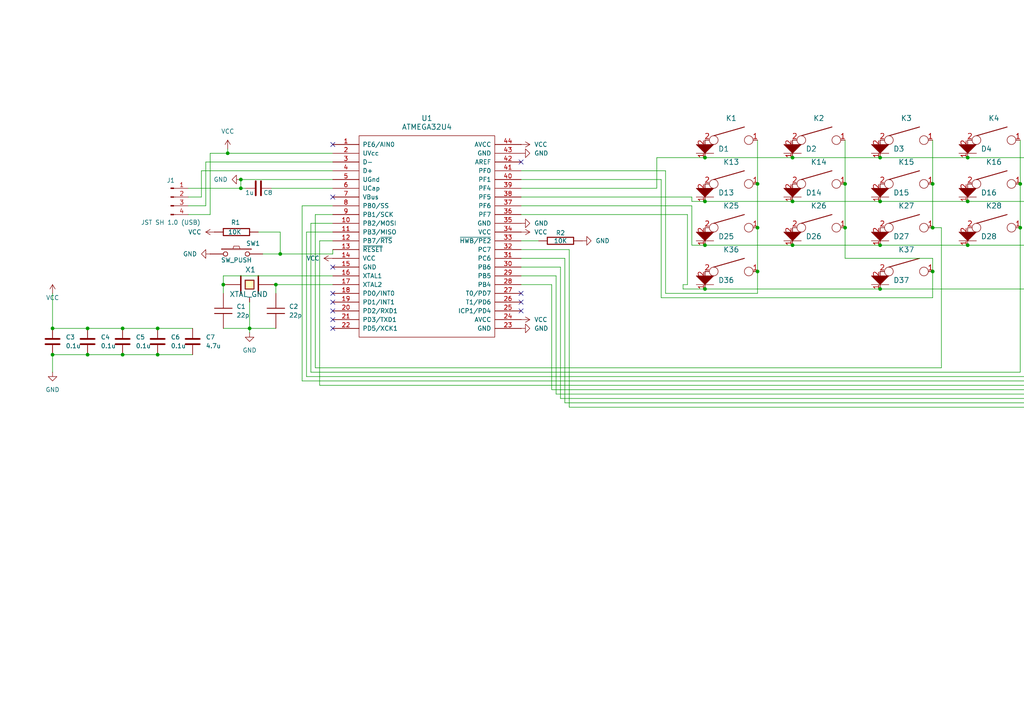
<source format=kicad_sch>
(kicad_sch (version 20231120) (generator "eeschema") (generator_version "8.0")
  (paper "A4")
  (lib_symbols
    (symbol "Connector:Conn_01x04_Pin" (pin_names (offset 1.016) hide)
      (property "Reference" "J" (at 0 5.08 0))
      (property "Value" "Conn_01x04_Pin" (at 0 -7.62 0))
      (symbol "Conn_01x04_Pin_1_1"
        (polyline (pts (xy 1.27 -5.08) (xy 0.8636 -5.08)) (stroke (width 0.1524)))
        (polyline (pts (xy 1.27 -2.54) (xy 0.8636 -2.54)) (stroke (width 0.1524)))
        (polyline (pts (xy 1.27 0) (xy 0.8636 0)) (stroke (width 0.1524)))
        (polyline (pts (xy 1.27 2.54) (xy 0.8636 2.54)) (stroke (width 0.1524)))
        (rectangle (start 0.8636 -4.953) (end 0 -5.207) (stroke (width 0.1524)) (fill (type outline)))
        (rectangle (start 0.8636 -2.413) (end 0 -2.667) (stroke (width 0.1524)) (fill (type outline)))
        (rectangle (start 0.8636 0.127) (end 0 -0.127) (stroke (width 0.1524)) (fill (type outline)))
        (rectangle (start 0.8636 2.667) (end 0 2.413) (stroke (width 0.1524)) (fill (type outline)))
        (pin passive line (at 5.08 2.54 180) (length 3.81) (name "Pin_1") (number "1"))
        (pin passive line (at 5.08 0 180) (length 3.81) (name "Pin_2") (number "2"))
        (pin passive line (at 5.08 -2.54 180) (length 3.81) (name "Pin_3") (number "3"))
        (pin passive line (at 5.08 -5.08 180) (length 3.81) (name "Pin_4") (number "4"))
      )
    )
    (symbol "Device:C" (pin_numbers hide) (pin_names (offset 0.254))
      (property "Reference" "C" (at 0.635 2.54 0))
      (property "Value" "C" (at 0.635 -2.54 0))
      (symbol "C_0_1"
        (polyline (pts (xy -2.032 -0.762) (xy 2.032 -0.762)) (stroke (width 0.508)))
        (polyline (pts (xy -2.032 0.762) (xy 2.032 0.762)) (stroke (width 0.508)))
      )
      (symbol "C_1_1"
        (pin passive line (at 0 3.81 270) (length 2.794) (name "~") (number "1"))
        (pin passive line (at 0 -3.81 90) (length 2.794) (name "~") (number "2"))
      )
    )
    (symbol "keyboard_parts:ATMEGA32U4" (pin_names (offset 1.016))
      (property "Reference" "U" (at 0 -31.75 0))
      (property "Value" "ATMEGA32U4" (at 0 31.75 0))
      (symbol "ATMEGA32U4_0_1"
        (rectangle (start 20.32 29.21) (end -19.05 -29.21))
      )
      (symbol "ATMEGA32U4_1_1"
        (pin bidirectional line (at -26.67 26.67 0) (length 7.62) (name "PE6/AIN0") (number "1"))
        (pin bidirectional line (at -26.67 3.81 0) (length 7.62) (name "PB2/MOSI") (number "10"))
        (pin bidirectional line (at -26.67 1.27 0) (length 7.62) (name "PB3/MISO") (number "11"))
        (pin bidirectional line (at -26.67 -1.27 0) (length 7.62) (name "PB7/~{RTS}") (number "12"))
        (pin input line (at -26.67 -3.81 0) (length 7.62) (name "~{RESET}") (number "13"))
        (pin power_in line (at -26.67 -6.35 0) (length 7.62) (name "VCC") (number "14"))
        (pin power_in line (at -26.67 -8.89 0) (length 7.62) (name "GND") (number "15"))
        (pin input line (at -26.67 -11.43 0) (length 7.62) (name "XTAL1") (number "16"))
        (pin output line (at -26.67 -13.97 0) (length 7.62) (name "XTAL2") (number "17"))
        (pin bidirectional line (at -26.67 -16.51 0) (length 7.62) (name "PD0/INT0") (number "18"))
        (pin bidirectional line (at -26.67 -19.05 0) (length 7.62) (name "PD1/INT1") (number "19"))
        (pin power_in line (at -26.67 24.13 0) (length 7.62) (name "UVcc") (number "2"))
        (pin bidirectional line (at -26.67 -21.59 0) (length 7.62) (name "PD2/RXD1") (number "20"))
        (pin bidirectional line (at -26.67 -24.13 0) (length 7.62) (name "PD3/TXD1") (number "21"))
        (pin bidirectional line (at -26.67 -26.67 0) (length 7.62) (name "PD5/XCK1") (number "22"))
        (pin power_in line (at 27.94 -26.67 180) (length 7.62) (name "GND") (number "23"))
        (pin power_in line (at 27.94 -24.13 180) (length 7.62) (name "AVCC") (number "24"))
        (pin bidirectional line (at 27.94 -21.59 180) (length 7.62) (name "ICP1/PD4") (number "25"))
        (pin bidirectional line (at 27.94 -19.05 180) (length 7.62) (name "T1/PD6") (number "26"))
        (pin bidirectional line (at 27.94 -16.51 180) (length 7.62) (name "T0/PD7") (number "27"))
        (pin bidirectional line (at 27.94 -13.97 180) (length 7.62) (name "PB4") (number "28"))
        (pin bidirectional line (at 27.94 -11.43 180) (length 7.62) (name "PB5") (number "29"))
        (pin bidirectional line (at -26.67 21.59 0) (length 7.62) (name "D-") (number "3"))
        (pin bidirectional line (at 27.94 -8.89 180) (length 7.62) (name "PB6") (number "30"))
        (pin bidirectional line (at 27.94 -6.35 180) (length 7.62) (name "PC6") (number "31"))
        (pin bidirectional line (at 27.94 -3.81 180) (length 7.62) (name "PC7") (number "32"))
        (pin bidirectional line (at 27.94 -1.27 180) (length 7.62) (name "~{HWB/PE2}") (number "33"))
        (pin power_in line (at 27.94 1.27 180) (length 7.62) (name "VCC") (number "34"))
        (pin power_in line (at 27.94 3.81 180) (length 7.62) (name "GND") (number "35"))
        (pin bidirectional line (at 27.94 6.35 180) (length 7.62) (name "PF7") (number "36"))
        (pin bidirectional line (at 27.94 8.89 180) (length 7.62) (name "PF6") (number "37"))
        (pin bidirectional line (at 27.94 11.43 180) (length 7.62) (name "PF5") (number "38"))
        (pin bidirectional line (at 27.94 13.97 180) (length 7.62) (name "PF4") (number "39"))
        (pin bidirectional line (at -26.67 19.05 0) (length 7.62) (name "D+") (number "4"))
        (pin bidirectional line (at 27.94 16.51 180) (length 7.62) (name "PF1") (number "40"))
        (pin bidirectional line (at 27.94 19.05 180) (length 7.62) (name "PF0") (number "41"))
        (pin input line (at 27.94 21.59 180) (length 7.62) (name "AREF") (number "42"))
        (pin power_in line (at 27.94 24.13 180) (length 7.62) (name "GND") (number "43"))
        (pin power_in line (at 27.94 26.67 180) (length 7.62) (name "AVCC") (number "44"))
        (pin power_in line (at -26.67 16.51 0) (length 7.62) (name "UGnd") (number "5"))
        (pin input line (at -26.67 13.97 0) (length 7.62) (name "UCap") (number "6"))
        (pin input line (at -26.67 11.43 0) (length 7.62) (name "VBus") (number "7"))
        (pin bidirectional line (at -26.67 8.89 0) (length 7.62) (name "PB0/SS") (number "8"))
        (pin bidirectional line (at -26.67 6.35 0) (length 7.62) (name "PB1/SCK") (number "9"))
      )
    )
    (symbol "keyboard_parts:C" (pin_numbers hide) (pin_names (offset 0.254))
      (property "Reference" "C" (at 1.27 2.54 0))
      (property "Value" "C" (at 1.27 -2.54 0))
      (symbol "C_0_1"
        (polyline (pts (xy -2.54 -0.762) (xy 2.54 -0.762)) (stroke (width 0.254)))
        (polyline (pts (xy -2.54 0.762) (xy 2.54 0.762)) (stroke (width 0.254)))
      )
      (symbol "C_1_1"
        (pin passive line (at 0 5.08 270) (length 4.318) (name "~") (number "1"))
        (pin passive line (at 0 -5.08 90) (length 4.318) (name "~") (number "2"))
      )
    )
    (symbol "keyboard_parts:D" (pin_names (offset 1.016))
      (property "Reference" "D" (at -3.81 -1.27 90))
      (symbol "D_0_1"
        (polyline (pts (xy -2.54 0) (xy 2.54 0)))
        (polyline (pts (xy 0 0) (xy -2.54 -2.54) (xy 2.54 -2.54) (xy 0 0)) (fill (type outline)))
      )
      (symbol "D_1_1"
        (pin passive line (at 0 1.27 270) (length 1.27) (name "~") (number "1"))
        (pin passive line (at 0 -3.81 90) (length 1.27) (name "~") (number "2"))
      )
    )
    (symbol "keyboard_parts:KEYSW" (pin_names (offset 1.016))
      (property "Reference" "K?" (at -1.27 0 0))
      (symbol "KEYSW_0_1"
        (circle (center -5.08 0) (radius 1.27))
        (polyline (pts (xy -5.08 1.27) (xy 3.81 3.81)) (stroke (width 0.254)))
        (circle (center 5.08 0) (radius 1.27))
      )
      (symbol "KEYSW_1_1"
        (pin passive line (at 7.62 0 180) (length 1.27) (name "~") (number "1"))
        (pin passive line (at -7.62 0 0) (length 1.27) (name "~") (number "2"))
      )
    )
    (symbol "keyboard_parts:R" (pin_numbers hide) (pin_names (offset 0))
      (property "Reference" "R" (at 2.032 0 90))
      (property "Value" "R" (at 0 0 90))
      (symbol "R_0_1"
        (rectangle (start -1.016 3.81) (end 1.016 -3.81) (stroke (width 0.3048)))
      )
      (symbol "R_1_1"
        (pin passive line (at 0 6.35 270) (length 2.54) (name "~") (number "1"))
        (pin passive line (at 0 -6.35 90) (length 2.54) (name "~") (number "2"))
      )
    )
    (symbol "keyboard_parts:SW_PUSH" (pin_numbers hide) (pin_names (offset 1.016) hide)
      (property "Reference" "SW" (at 3.81 2.794 0))
      (property "Value" "SW_PUSH" (at 0 -2.032 0))
      (symbol "SW_PUSH_0_1"
        (rectangle (start -4.318 1.27) (end 4.318 1.524))
        (polyline (pts (xy -1.016 1.524) (xy -0.762 2.286) (xy 0.762 2.286) (xy 1.016 1.524)))
        (pin passive inverted (at -7.62 0 0) (length 5.08) (name "1") (number "1"))
        (pin passive inverted (at 7.62 0 180) (length 5.08) (name "2") (number "2"))
      )
    )
    (symbol "keyboard_parts:XTAL_GND" (pin_numbers hide) (pin_names (offset 1.016) hide)
      (property "Reference" "X" (at 0 3.81 0))
      (property "Value" "XTAL_GND" (at 0 -3.81 0))
      (symbol "XTAL_GND_0_1"
        (polyline (pts (xy -2.54 2.54) (xy -2.54 -2.54)) (stroke (width 0.4064)))
        (polyline (pts (xy 2.54 2.54) (xy 2.54 -2.54)) (stroke (width 0.4064)))
        (polyline (pts (xy -1.27 1.27) (xy 1.27 1.27) (xy 1.27 -1.27) (xy -1.27 -1.27) (xy -1.27 1.27)) (stroke (width 0.3048)) (fill (type background)))
      )
      (symbol "XTAL_GND_1_1"
        (pin passive line (at -7.62 0 0) (length 5.08) (name "1") (number "1"))
        (pin passive line (at 7.62 0 180) (length 5.08) (name "2") (number "2"))
        (pin passive line (at 0 -5.08 90) (length 1.27) (name "~") (number "3"))
      )
    )
    (symbol "power:GND" (power) (pin_numbers hide) (pin_names (offset 0) hide)
      (property "Value" "GND" (at 0 -3.81 0))
      (symbol "GND_0_1"
        (polyline (pts (xy 0 0) (xy 0 -1.27) (xy 1.27 -1.27) (xy 0 -2.54) (xy -1.27 -1.27) (xy 0 -1.27)))
      )
      (symbol "GND_1_1"
        (pin power_in line (at 0 0 270) (length 0) (name "~") (number "1"))
      )
    )
    (symbol "power:VCC" (power) (pin_numbers hide) (pin_names (offset 0) hide)
      (property "Value" "VCC" (at 0 3.556 0))
      (symbol "VCC_0_1"
        (polyline (pts (xy -0.762 1.27) (xy 0 2.54)))
        (polyline (pts (xy 0 0) (xy 0 2.54)))
        (polyline (pts (xy 0 2.54) (xy 0.762 1.27)))
      )
      (symbol "VCC_1_1"
        (pin power_in line (at 0 0 90) (length 0) (name "~") (number "1"))
      )
    )
  )
  (junction (at 448.31 53.34))
  (junction (at 280.67 71.12))
  (junction (at 25.4 95.25))
  (junction (at 422.91 53.34))
  (junction (at 229.87 45.72))
  (junction (at 255.27 45.72))
  (junction (at 69.85 54.61))
  (junction (at 331.47 58.42))
  (junction (at 306.07 71.12))
  (junction (at 306.07 58.42))
  (junction (at 382.27 58.42))
  (junction (at 331.47 45.72))
  (junction (at 245.11 66.04))
  (junction (at 204.47 83.82))
  (junction (at 72.39 95.25))
  (junction (at 15.24 102.87))
  (junction (at 255.27 58.42))
  (junction (at 433.07 83.82))
  (junction (at 306.07 45.72))
  (junction (at 69.85 52.07))
  (junction (at 229.87 58.42))
  (junction (at 255.27 83.82))
  (junction (at 407.67 71.12))
  (junction (at 280.67 58.42))
  (junction (at 448.31 66.04))
  (junction (at 407.67 45.72))
  (junction (at 219.71 78.74))
  (junction (at 219.71 53.34))
  (junction (at 448.31 78.74))
  (junction (at 356.87 45.72))
  (junction (at 255.27 71.12))
  (junction (at 204.47 71.12))
  (junction (at 433.07 45.72))
  (junction (at 295.91 53.34))
  (junction (at 331.47 71.12))
  (junction (at 331.47 83.82))
  (junction (at 499.11 78.74))
  (junction (at 433.07 71.12))
  (junction (at 407.67 58.42))
  (junction (at 458.47 45.72))
  (junction (at 25.4 102.87))
  (junction (at 433.07 58.42))
  (junction (at 245.11 53.34))
  (junction (at 45.72 102.87))
  (junction (at 499.11 53.34))
  (junction (at 356.87 71.12))
  (junction (at 422.91 66.04))
  (junction (at 35.56 95.25))
  (junction (at 219.71 66.04))
  (junction (at 280.67 45.72))
  (junction (at 346.71 66.04))
  (junction (at 397.51 66.04))
  (junction (at 382.27 45.72))
  (junction (at 372.11 53.34))
  (junction (at 270.51 78.74))
  (junction (at 66.04 44.45))
  (junction (at 204.47 58.42))
  (junction (at 382.27 71.12))
  (junction (at 229.87 71.12))
  (junction (at 295.91 66.04))
  (junction (at 204.47 45.72))
  (junction (at 80.01 82.55))
  (junction (at 499.11 67.31))
  (junction (at 321.31 66.04))
  (junction (at 15.24 95.25))
  (junction (at 64.77 82.55))
  (junction (at 321.31 53.34))
  (junction (at 81.28 73.66))
  (junction (at 270.51 53.34))
  (junction (at 45.72 95.25))
  (junction (at 458.47 58.42))
  (junction (at 397.51 53.34))
  (junction (at 35.56 102.87))
  (junction (at 473.71 53.34))
  (junction (at 372.11 66.04))
  (junction (at 270.51 66.04))
  (junction (at 346.71 78.74))
  (junction (at 346.71 53.34))
  (junction (at 356.87 58.42))
  (no_connect (at 96.52 57.15))
  (no_connect (at 151.13 90.17))
  (no_connect (at 96.52 90.17))
  (no_connect (at 96.52 92.71))
  (no_connect (at 151.13 87.63))
  (no_connect (at 151.13 85.09))
  (no_connect (at 96.52 95.25))
  (no_connect (at 96.52 77.47))
  (no_connect (at 96.52 85.09))
  (no_connect (at 151.13 46.99))
  (no_connect (at 96.52 41.91))
  (no_connect (at 96.52 87.63))
  (wire (pts (xy 45.72 102.87) (xy 35.56 102.87)))
  (wire (pts (xy 58.42 49.53) (xy 96.52 49.53)))
  (wire (pts (xy 306.07 45.72) (xy 331.47 45.72)))
  (wire (pts (xy 87.63 59.69) (xy 87.63 110.49)))
  (wire (pts (xy 448.31 115.57) (xy 448.31 78.74)))
  (wire (pts (xy 295.91 53.34) (xy 295.91 66.04)))
  (wire (pts (xy 280.67 71.12) (xy 306.07 71.12)))
  (wire (pts (xy 473.71 40.64) (xy 473.71 53.34)))
  (wire (pts (xy 45.72 95.25) (xy 55.88 95.25)))
  (wire (pts (xy 306.07 58.42) (xy 331.47 58.42)))
  (wire (pts (xy 356.87 71.12) (xy 382.27 71.12)))
  (wire (pts (xy 273.05 106.68) (xy 273.05 66.04)))
  (wire (pts (xy 88.9 67.31) (xy 96.52 67.31)))
  (wire (pts (xy 483.87 66.04) (xy 483.87 67.31)))
  (wire (pts (xy 160.02 113.03) (xy 160.02 82.55)))
  (wire (pts (xy 229.87 58.42) (xy 255.27 58.42)))
  (wire (pts (xy 255.27 45.72) (xy 280.67 45.72)))
  (wire (pts (xy 204.47 71.12) (xy 200.66 71.12)))
  (wire (pts (xy 54.61 54.61) (xy 69.85 54.61)))
  (wire (pts (xy 191.77 52.07) (xy 151.13 52.07)))
  (wire (pts (xy 280.67 45.72) (xy 306.07 45.72)))
  (wire (pts (xy 407.67 45.72) (xy 433.07 45.72)))
  (wire (pts (xy 190.5 45.72) (xy 204.47 45.72)))
  (wire (pts (xy 96.52 44.45) (xy 66.04 44.45)))
  (wire (pts (xy 382.27 71.12) (xy 407.67 71.12)))
  (wire (pts (xy 15.24 102.87) (xy 15.24 107.95)))
  (wire (pts (xy 193.04 85.09) (xy 219.71 85.09)))
  (wire (pts (xy 88.9 67.31) (xy 88.9 109.22)))
  (wire (pts (xy 255.27 71.12) (xy 280.67 71.12)))
  (wire (pts (xy 448.31 40.64) (xy 448.31 53.34)))
  (wire (pts (xy 499.11 53.34) (xy 499.11 67.31)))
  (wire (pts (xy 245.11 53.34) (xy 245.11 66.04)))
  (wire (pts (xy 151.13 69.85) (xy 156.21 69.85)))
  (wire (pts (xy 473.71 116.84) (xy 473.71 53.34)))
  (wire (pts (xy 91.44 106.68) (xy 273.05 106.68)))
  (wire (pts (xy 499.11 118.11) (xy 499.11 78.74)))
  (wire (pts (xy 58.42 49.53) (xy 58.42 57.15)))
  (wire (pts (xy 270.51 40.64) (xy 270.51 53.34)))
  (wire (pts (xy 199.39 62.23) (xy 151.13 62.23)))
  (wire (pts (xy 163.83 116.84) (xy 473.71 116.84)))
  (wire (pts (xy 407.67 71.12) (xy 433.07 71.12)))
  (wire (pts (xy 161.29 80.01) (xy 161.29 114.3)))
  (wire (pts (xy 165.1 118.11) (xy 165.1 72.39)))
  (wire (pts (xy 397.51 40.64) (xy 397.51 53.34)))
  (wire (pts (xy 80.01 82.55) (xy 96.52 82.55)))
  (wire (pts (xy 372.11 111.76) (xy 372.11 66.04)))
  (wire (pts (xy 200.66 71.12) (xy 200.66 59.69)))
  (wire (pts (xy 160.02 113.03) (xy 397.51 113.03)))
  (wire (pts (xy 151.13 80.01) (xy 161.29 80.01)))
  (wire (pts (xy 80.01 82.55) (xy 80.01 85.09)))
  (wire (pts (xy 90.17 107.95) (xy 295.91 107.95)))
  (wire (pts (xy 90.17 64.77) (xy 90.17 107.95)))
  (wire (pts (xy 295.91 40.64) (xy 295.91 53.34)))
  (wire (pts (xy 162.56 115.57) (xy 448.31 115.57)))
  (wire (pts (xy 59.69 59.69) (xy 54.61 59.69)))
  (wire (pts (xy 219.71 66.04) (xy 219.71 78.74)))
  (wire (pts (xy 245.11 40.64) (xy 245.11 53.34)))
  (wire (pts (xy 66.04 43.18) (xy 66.04 44.45)))
  (wire (pts (xy 96.52 80.01) (xy 64.77 80.01)))
  (wire (pts (xy 91.44 62.23) (xy 91.44 106.68)))
  (wire (pts (xy 422.91 40.64) (xy 422.91 53.34)))
  (wire (pts (xy 499.11 67.31) (xy 499.11 78.74)))
  (wire (pts (xy 193.04 49.53) (xy 193.04 85.09)))
  (wire (pts (xy 162.56 115.57) (xy 162.56 77.47)))
  (wire (pts (xy 270.51 53.34) (xy 270.51 66.04)))
  (wire (pts (xy 397.51 53.34) (xy 397.51 66.04)))
  (wire (pts (xy 331.47 71.12) (xy 356.87 71.12)))
  (wire (pts (xy 306.07 71.12) (xy 331.47 71.12)))
  (wire (pts (xy 219.71 85.09) (xy 219.71 78.74)))
  (wire (pts (xy 397.51 113.03) (xy 397.51 66.04)))
  (wire (pts (xy 372.11 53.34) (xy 372.11 66.04)))
  (wire (pts (xy 96.52 73.66) (xy 96.52 72.39)))
  (wire (pts (xy 499.11 40.64) (xy 499.11 53.34)))
  (wire (pts (xy 72.39 95.25) (xy 80.01 95.25)))
  (wire (pts (xy 60.96 62.23) (xy 60.96 44.45)))
  (wire (pts (xy 346.71 110.49) (xy 346.71 78.74)))
  (wire (pts (xy 163.83 74.93) (xy 163.83 116.84)))
  (wire (pts (xy 204.47 83.82) (xy 255.27 83.82)))
  (wire (pts (xy 151.13 74.93) (xy 163.83 74.93)))
  (wire (pts (xy 321.31 53.34) (xy 321.31 66.04)))
  (wire (pts (xy 69.85 52.07) (xy 96.52 52.07)))
  (wire (pts (xy 165.1 72.39) (xy 151.13 72.39)))
  (wire (pts (xy 15.24 95.25) (xy 25.4 95.25)))
  (wire (pts (xy 64.77 80.01) (xy 64.77 82.55)))
  (wire (pts (xy 204.47 58.42) (xy 200.66 58.42)))
  (wire (pts (xy 280.67 58.42) (xy 306.07 58.42)))
  (wire (pts (xy 321.31 40.64) (xy 321.31 53.34)))
  (wire (pts (xy 191.77 86.36) (xy 270.51 86.36)))
  (wire (pts (xy 204.47 58.42) (xy 229.87 58.42)))
  (wire (pts (xy 200.66 59.69) (xy 151.13 59.69)))
  (wire (pts (xy 204.47 71.12) (xy 229.87 71.12)))
  (wire (pts (xy 190.5 45.72) (xy 190.5 54.61)))
  (wire (pts (xy 321.31 66.04) (xy 321.31 109.22)))
  (wire (pts (xy 35.56 95.25) (xy 45.72 95.25)))
  (wire (pts (xy 35.56 102.87) (xy 25.4 102.87)))
  (wire (pts (xy 255.27 83.82) (xy 331.47 83.82)))
  (wire (pts (xy 81.28 73.66) (xy 81.28 67.31)))
  (wire (pts (xy 90.17 64.77) (xy 96.52 64.77)))
  (wire (pts (xy 433.07 58.42) (xy 458.47 58.42)))
  (wire (pts (xy 255.27 58.42) (xy 280.67 58.42)))
  (wire (pts (xy 72.39 87.63) (xy 72.39 95.25)))
  (wire (pts (xy 270.51 86.36) (xy 270.51 78.74)))
  (wire (pts (xy 91.44 62.23) (xy 96.52 62.23)))
  (wire (pts (xy 219.71 53.34) (xy 219.71 66.04)))
  (wire (pts (xy 92.71 111.76) (xy 92.71 69.85)))
  (wire (pts (xy 273.05 66.04) (xy 270.51 66.04)))
  (wire (pts (xy 245.11 74.93) (xy 270.51 74.93)))
  (wire (pts (xy 69.85 54.61) (xy 71.12 54.61)))
  (wire (pts (xy 458.47 45.72) (xy 483.87 45.72)))
  (wire (pts (xy 483.87 71.12) (xy 433.07 71.12)))
  (wire (pts (xy 190.5 54.61) (xy 151.13 54.61)))
  (wire (pts (xy 382.27 45.72) (xy 407.67 45.72)))
  (wire (pts (xy 433.07 83.82) (xy 483.87 83.82)))
  (wire (pts (xy 25.4 95.25) (xy 35.56 95.25)))
  (wire (pts (xy 422.91 114.3) (xy 422.91 66.04)))
  (wire (pts (xy 161.29 114.3) (xy 422.91 114.3)))
  (wire (pts (xy 162.56 77.47) (xy 151.13 77.47)))
  (wire (pts (xy 295.91 107.95) (xy 295.91 66.04)))
  (wire (pts (xy 55.88 102.87) (xy 45.72 102.87)))
  (wire (pts (xy 331.47 83.82) (xy 433.07 83.82)))
  (wire (pts (xy 331.47 45.72) (xy 356.87 45.72)))
  (wire (pts (xy 199.39 82.55) (xy 198.12 82.55)))
  (wire (pts (xy 448.31 66.04) (xy 448.31 78.74)))
  (wire (pts (xy 433.07 45.72) (xy 458.47 45.72)))
  (wire (pts (xy 88.9 109.22) (xy 321.31 109.22)))
  (wire (pts (xy 270.51 74.93) (xy 270.51 78.74)))
  (wire (pts (xy 87.63 110.49) (xy 346.71 110.49)))
  (wire (pts (xy 25.4 102.87) (xy 15.24 102.87)))
  (wire (pts (xy 92.71 111.76) (xy 372.11 111.76)))
  (wire (pts (xy 59.69 59.69) (xy 59.69 46.99)))
  (wire (pts (xy 92.71 69.85) (xy 96.52 69.85)))
  (wire (pts (xy 15.24 85.09) (xy 15.24 95.25)))
  (wire (pts (xy 229.87 45.72) (xy 255.27 45.72)))
  (wire (pts (xy 191.77 52.07) (xy 191.77 86.36)))
  (wire (pts (xy 346.71 53.34) (xy 346.71 66.04)))
  (wire (pts (xy 346.71 66.04) (xy 346.71 78.74)))
  (wire (pts (xy 407.67 58.42) (xy 433.07 58.42)))
  (wire (pts (xy 200.66 57.15) (xy 151.13 57.15)))
  (wire (pts (xy 60.96 44.45) (xy 66.04 44.45)))
  (wire (pts (xy 199.39 82.55) (xy 199.39 62.23)))
  (wire (pts (xy 78.74 54.61) (xy 96.52 54.61)))
  (wire (pts (xy 448.31 53.34) (xy 448.31 66.04)))
  (wire (pts (xy 198.12 82.55) (xy 198.12 83.82)))
  (wire (pts (xy 229.87 71.12) (xy 255.27 71.12)))
  (wire (pts (xy 346.71 40.64) (xy 346.71 53.34)))
  (wire (pts (xy 219.71 40.64) (xy 219.71 53.34)))
  (wire (pts (xy 60.96 62.23) (xy 54.61 62.23)))
  (wire (pts (xy 245.11 66.04) (xy 245.11 74.93)))
  (wire (pts (xy 422.91 53.34) (xy 422.91 66.04)))
  (wire (pts (xy 193.04 49.53) (xy 151.13 49.53)))
  (wire (pts (xy 69.85 52.07) (xy 69.85 54.61)))
  (wire (pts (xy 58.42 57.15) (xy 54.61 57.15)))
  (wire (pts (xy 160.02 82.55) (xy 151.13 82.55)))
  (wire (pts (xy 204.47 45.72) (xy 229.87 45.72)))
  (wire (pts (xy 64.77 95.25) (xy 72.39 95.25)))
  (wire (pts (xy 59.69 46.99) (xy 96.52 46.99)))
  (wire (pts (xy 81.28 67.31) (xy 74.93 67.31)))
  (wire (pts (xy 382.27 58.42) (xy 407.67 58.42)))
  (wire (pts (xy 356.87 45.72) (xy 382.27 45.72)))
  (wire (pts (xy 96.52 59.69) (xy 87.63 59.69)))
  (wire (pts (xy 331.47 58.42) (xy 356.87 58.42)))
  (wire (pts (xy 76.2 73.66) (xy 81.28 73.66)))
  (wire (pts (xy 165.1 118.11) (xy 499.11 118.11)))
  (wire (pts (xy 458.47 58.42) (xy 483.87 58.42)))
  (wire (pts (xy 198.12 83.82) (xy 204.47 83.82)))
  (wire (pts (xy 372.11 40.64) (xy 372.11 53.34)))
  (wire (pts (xy 81.28 73.66) (xy 96.52 73.66)))
  (wire (pts (xy 64.77 82.55) (xy 64.77 85.09)))
  (wire (pts (xy 200.66 58.42) (xy 200.66 57.15)))
  (wire (pts (xy 72.39 96.52) (xy 72.39 95.25)))
  (wire (pts (xy 356.87 58.42) (xy 382.27 58.42)))
  (symbol (lib_id "keyboard_parts:KEYSW") (at 339.09 40.64 0) (unit 1)
    (property "Reference" "K6" (at 339.09 34.29 0) (effects (font (size 1.524 1.524))))
    (property "Value" "KEYSW" (effects (hide yes)))
    (property "Footprint" "PCM_Switch_Keyboard_Hotswap_Kailh:SW_Hotswap_Kailh_MX" (effects (hide yes)))
  )
  (symbol (lib_id "keyboard_parts:KEYSW") (at 237.49 53.34 0) (unit 1)
    (property "Reference" "K14" (at 237.49 46.99 0) (effects (font (size 1.524 1.524))))
    (property "Value" "KEYSW" (effects (hide yes)))
    (property "Footprint" "PCM_Switch_Keyboard_Hotswap_Kailh:SW_Hotswap_Kailh_MX" (effects (hide yes)))
  )
  (symbol (lib_id "Device:C") (at 74.93 54.61 270) (unit 1)
    (property "Reference" "C8" (at 77.724 55.88 90))
    (property "Value" "1u" (at 72.39 55.88 90))
    (property "Footprint" "Capacitor_SMD:C_0805_2012Metric" (effects (hide yes)))
    (property "Description" "Unpolarized capacitor" (effects (hide yes)))
  )
  (symbol (lib_id "keyboard_parts:KEYSW") (at 212.09 66.04 0) (unit 1)
    (property "Reference" "K25" (at 212.09 59.69 0) (effects (font (size 1.524 1.524))))
    (property "Value" "KEYSW" (effects (hide yes)))
    (property "Footprint" "PCM_Switch_Keyboard_Hotswap_Kailh:SW_Hotswap_Kailh_MX" (effects (hide yes)))
  )
  (symbol (lib_id "power:VCC") (at 66.04 43.18 0) (unit 1)
    (property "Reference" "#PWR07" (effects (hide yes)))
    (property "Value" "VCC" (at 66.04 38.1 0))
    (property "Description" "Power symbol creates a global label with name \"VCC\"" (effects (hide yes)))
  )
  (symbol (lib_id "keyboard_parts:KEYSW") (at 415.29 53.34 0) (unit 1)
    (property "Reference" "K21" (at 415.29 46.99 0) (effects (font (size 1.524 1.524))))
    (property "Value" "KEYSW" (effects (hide yes)))
    (property "Footprint" "PCM_Switch_Keyboard_Hotswap_Kailh:SW_Hotswap_Kailh_MX" (effects (hide yes)))
  )
  (symbol (lib_id "keyboard_parts:R") (at 162.56 69.85 90) (unit 1)
    (property "Reference" "R2" (at 162.56 67.564 90))
    (property "Value" "10K" (at 162.56 69.85 90))
    (property "Footprint" "Resistor_SMD:R_0805_2012Metric_Pad1.20x1.40mm_HandSolder" (effects (hide yes)))
  )
  (symbol (lib_id "power:VCC") (at 15.24 85.09 0) (unit 1)
    (property "Reference" "#PWR02" (effects (hide yes)))
    (property "Value" "VCC" (at 15.24 86.36 0))
    (property "Description" "Power symbol creates a global label with name \"VCC\"" (effects (hide yes)))
  )
  (symbol (lib_id "keyboard_parts:KEYSW") (at 262.89 40.64 0) (unit 1)
    (property "Reference" "K3" (at 262.89 34.29 0) (effects (font (size 1.524 1.524))))
    (property "Value" "KEYSW" (effects (hide yes)))
    (property "Footprint" "PCM_Switch_Keyboard_Hotswap_Kailh:SW_Hotswap_Kailh_MX" (effects (hide yes)))
  )
  (symbol (lib_id "keyboard_parts:D") (at 306.07 69.85 180) (unit 1)
    (property "Reference" "D29" (at 309.88 68.5799 0) (effects (font (size 1.524 1.524)) (justify right)))
    (property "Value" "D" (effects (hide yes)))
    (property "Footprint" "Diode_SMD:D_SOD-123" (effects (hide yes)))
  )
  (symbol (lib_id "keyboard_parts:D") (at 356.87 44.45 180) (unit 1)
    (property "Reference" "D7" (at 360.68 43.1799 0) (effects (font (size 1.524 1.524)) (justify right)))
    (property "Value" "D" (effects (hide yes)))
    (property "Footprint" "Diode_SMD:D_SOD-123" (effects (hide yes)))
  )
  (symbol (lib_id "keyboard_parts:XTAL_GND") (at 72.39 82.55 0) (unit 1)
    (property "Reference" "X1" (at 72.644 78.232 0) (effects (font (size 1.524 1.524))))
    (property "Value" "XTAL_GND" (at 72.136 85.344 0) (effects (font (size 1.524 1.524))))
    (property "Footprint" "Crystals.pretty-master:Crystal_SMD_SeikoEpson_FA238-4pin_3.2x2.5mm_HandSoldering" (effects (hide yes)))
  )
  (symbol (lib_id "power:GND") (at 69.85 52.07 270) (unit 1)
    (property "Reference" "#PWR08" (effects (hide yes)))
    (property "Value" "GND" (at 66.04 52.0699 90) (effects (justify right)))
    (property "Description" "Power symbol creates a global label with name \"GND\" , ground" (effects (hide yes)))
  )
  (symbol (lib_id "power:VCC") (at 62.23 67.31 90) (unit 1)
    (property "Reference" "#PWR05" (effects (hide yes)))
    (property "Value" "VCC" (at 58.42 67.3099 90) (effects (justify left)))
    (property "Description" "Power symbol creates a global label with name \"VCC\"" (effects (hide yes)))
  )
  (symbol (lib_id "keyboard_parts:KEYSW") (at 389.89 40.64 0) (unit 1)
    (property "Reference" "K8" (at 389.89 34.29 0) (effects (font (size 1.524 1.524))))
    (property "Value" "KEYSW" (effects (hide yes)))
    (property "Footprint" "PCM_Switch_Keyboard_Hotswap_Kailh:SW_Hotswap_Kailh_MX" (effects (hide yes)))
  )
  (symbol (lib_id "power:GND") (at 15.24 107.95 0) (unit 1)
    (property "Reference" "#PWR03" (effects (hide yes)))
    (property "Value" "GND" (at 15.24 113.03 0))
    (property "Description" "Power symbol creates a global label with name \"GND\" , ground" (effects (hide yes)))
  )
  (symbol (lib_id "keyboard_parts:KEYSW") (at 262.89 78.74 0) (unit 1)
    (property "Reference" "K37" (at 262.89 72.39 0) (effects (font (size 1.524 1.524))))
    (property "Value" "KEYSW" (effects (hide yes)))
    (property "Footprint" "PCM_Switch_Keyboard_Hotswap_Kailh:SW_Hotswap_Kailh_MX" (effects (hide yes)))
  )
  (symbol (lib_id "keyboard_parts:ATMEGA32U4") (at 123.19 68.58 0) (unit 1)
    (property "Reference" "U1" (at 123.825 34.29 0) (effects (font (size 1.524 1.524))))
    (property "Value" "ATMEGA32U4" (at 123.825 36.83 0) (effects (font (size 1.524 1.524))))
    (property "Footprint" "Package_QFP:TQFP-44_10x10mm_P0.8mm" (effects (hide yes)))
  )
  (symbol (lib_id "keyboard_parts:D") (at 204.47 82.55 180) (unit 1)
    (property "Reference" "D36" (at 208.28 81.2799 0) (effects (font (size 1.524 1.524)) (justify right)))
    (property "Value" "D" (effects (hide yes)))
    (property "Footprint" "Diode_SMD:D_SOD-123" (effects (hide yes)))
  )
  (symbol (lib_id "keyboard_parts:C") (at 64.77 90.17 0) (unit 1)
    (property "Reference" "C1" (at 68.58 88.8999 0) (effects (justify left)))
    (property "Value" "22p" (at 68.58 91.4399 0) (effects (justify left)))
    (property "Footprint" "Capacitor_SMD:C_0805_2012Metric" (effects (hide yes)))
  )
  (symbol (lib_id "keyboard_parts:KEYSW") (at 364.49 40.64 0) (unit 1)
    (property "Reference" "K7" (at 364.49 34.29 0) (effects (font (size 1.524 1.524))))
    (property "Value" "KEYSW" (effects (hide yes)))
    (property "Footprint" "PCM_Switch_Keyboard_Hotswap_Kailh:SW_Hotswap_Kailh_MX" (effects (hide yes)))
  )
  (symbol (lib_id "keyboard_parts:D") (at 382.27 44.45 180) (unit 1)
    (property "Reference" "D8" (at 386.08 43.1799 0) (effects (font (size 1.524 1.524)) (justify right)))
    (property "Value" "D" (effects (hide yes)))
    (property "Footprint" "Diode_SMD:D_SOD-123" (effects (hide yes)))
  )
  (symbol (lib_id "keyboard_parts:D") (at 204.47 69.85 180) (unit 1)
    (property "Reference" "D25" (at 208.28 68.5799 0) (effects (font (size 1.524 1.524)) (justify right)))
    (property "Value" "D" (effects (hide yes)))
    (property "Footprint" "Diode_SMD:D_SOD-123" (effects (hide yes)))
  )
  (symbol (lib_id "keyboard_parts:D") (at 255.27 82.55 180) (unit 1)
    (property "Reference" "D37" (at 259.08 81.2799 0) (effects (font (size 1.524 1.524)) (justify right)))
    (property "Value" "D" (effects (hide yes)))
    (property "Footprint" "Diode_SMD:D_SOD-123" (effects (hide yes)))
  )
  (symbol (lib_id "keyboard_parts:KEYSW") (at 313.69 66.04 0) (unit 1)
    (property "Reference" "K29" (at 313.69 59.69 0) (effects (font (size 1.524 1.524))))
    (property "Value" "KEYSW" (effects (hide yes)))
    (property "Footprint" "PCM_Switch_Keyboard_Hotswap_Kailh:SW_Hotswap_Kailh_MX" (effects (hide yes)))
  )
  (symbol (lib_id "keyboard_parts:D") (at 255.27 44.45 180) (unit 1)
    (property "Reference" "D3" (at 259.08 43.1799 0) (effects (font (size 1.524 1.524)) (justify right)))
    (property "Value" "D" (effects (hide yes)))
    (property "Footprint" "Diode_SMD:D_SOD-123" (effects (hide yes)))
  )
  (symbol (lib_id "keyboard_parts:KEYSW") (at 364.49 53.34 0) (unit 1)
    (property "Reference" "K19" (at 364.49 46.99 0) (effects (font (size 1.524 1.524))))
    (property "Value" "KEYSW" (effects (hide yes)))
    (property "Footprint" "PCM_Switch_Keyboard_Hotswap_Kailh:SW_Hotswap_Kailh_MX" (effects (hide yes)))
  )
  (symbol (lib_id "keyboard_parts:D") (at 229.87 44.45 180) (unit 1)
    (property "Reference" "D2" (at 233.68 43.1799 0) (effects (font (size 1.524 1.524)) (justify right)))
    (property "Value" "D" (effects (hide yes)))
    (property "Footprint" "Diode_SMD:D_SOD-123" (effects (hide yes)))
  )
  (symbol (lib_id "keyboard_parts:D") (at 356.87 57.15 180) (unit 1)
    (property "Reference" "D19" (at 360.68 55.8799 0) (effects (font (size 1.524 1.524)) (justify right)))
    (property "Value" "D" (effects (hide yes)))
    (property "Footprint" "Diode_SMD:D_SOD-123" (effects (hide yes)))
  )
  (symbol (lib_id "keyboard_parts:KEYSW") (at 491.49 53.34 0) (unit 1)
    (property "Reference" "K24" (at 491.49 46.99 0) (effects (font (size 1.524 1.524))))
    (property "Value" "KEYSW" (effects (hide yes)))
    (property "Footprint" "PCM_Switch_Keyboard_Hotswap_Kailh:SW_Hotswap_Kailh_MX" (effects (hide yes)))
  )
  (symbol (lib_id "keyboard_parts:D") (at 433.07 57.15 180) (unit 1)
    (property "Reference" "D22" (at 436.88 55.8799 0) (effects (font (size 1.524 1.524)) (justify right)))
    (property "Value" "D" (effects (hide yes)))
    (property "Footprint" "Diode_SMD:D_SOD-123" (effects (hide yes)))
  )
  (symbol (lib_id "keyboard_parts:KEYSW") (at 491.49 67.31 0) (unit 1)
    (property "Reference" "K35" (at 491.49 60.96 0) (effects (font (size 1.524 1.524))))
    (property "Value" "KEYSW" (effects (hide yes)))
    (property "Footprint" "PCM_Switch_Keyboard_Hotswap_Kailh:SW_Hotswap_Kailh_MX" (effects (hide yes)))
  )
  (symbol (lib_id "keyboard_parts:D") (at 407.67 44.45 180) (unit 1)
    (property "Reference" "D9" (at 411.48 43.1799 0) (effects (font (size 1.524 1.524)) (justify right)))
    (property "Value" "D" (effects (hide yes)))
    (property "Footprint" "Diode_SMD:D_SOD-123" (effects (hide yes)))
  )
  (symbol (lib_id "keyboard_parts:KEYSW") (at 237.49 40.64 0) (unit 1)
    (property "Reference" "K2" (at 237.49 34.29 0) (effects (font (size 1.524 1.524))))
    (property "Value" "KEYSW" (effects (hide yes)))
    (property "Footprint" "PCM_Switch_Keyboard_Hotswap_Kailh:SW_Hotswap_Kailh_MX" (effects (hide yes)))
  )
  (symbol (lib_id "keyboard_parts:D") (at 458.47 57.15 180) (unit 1)
    (property "Reference" "D23" (at 462.28 55.8799 0) (effects (font (size 1.524 1.524)) (justify right)))
    (property "Value" "D" (effects (hide yes)))
    (property "Footprint" "Diode_SMD:D_SOD-123" (effects (hide yes)))
  )
  (symbol (lib_id "power:GND") (at 168.91 69.85 90) (unit 1)
    (property "Reference" "#PWR06" (effects (hide yes)))
    (property "Value" "GND" (at 172.72 69.8499 90) (effects (justify right)))
    (property "Description" "Power symbol creates a global label with name \"GND\" , ground" (effects (hide yes)))
  )
  (symbol (lib_id "keyboard_parts:D") (at 407.67 57.15 180) (unit 1)
    (property "Reference" "D21" (at 411.48 55.8799 0) (effects (font (size 1.524 1.524)) (justify right)))
    (property "Value" "D" (effects (hide yes)))
    (property "Footprint" "Diode_SMD:D_SOD-123" (effects (hide yes)))
  )
  (symbol (lib_id "keyboard_parts:KEYSW") (at 389.89 66.04 0) (unit 1)
    (property "Reference" "K32" (at 389.89 59.69 0) (effects (font (size 1.524 1.524))))
    (property "Value" "KEYSW" (effects (hide yes)))
    (property "Footprint" "PCM_Switch_Keyboard_Hotswap_Kailh:SW_Hotswap_Kailh_MX" (effects (hide yes)))
  )
  (symbol (lib_id "keyboard_parts:D") (at 483.87 57.15 180) (unit 1)
    (property "Reference" "D24" (at 487.68 55.8799 0) (effects (font (size 1.524 1.524)) (justify right)))
    (property "Value" "D" (effects (hide yes)))
    (property "Footprint" "Diode_SMD:D_SOD-123" (effects (hide yes)))
  )
  (symbol (lib_id "power:GND") (at 151.13 64.77 90) (unit 1)
    (property "Reference" "#PWR013" (effects (hide yes)))
    (property "Value" "GND" (at 154.94 64.7699 90) (effects (justify right)))
    (property "Description" "Power symbol creates a global label with name \"GND\" , ground" (effects (hide yes)))
  )
  (symbol (lib_id "keyboard_parts:KEYSW") (at 440.69 53.34 0) (unit 1)
    (property "Reference" "K22" (at 440.69 46.99 0) (effects (font (size 1.524 1.524))))
    (property "Value" "KEYSW" (effects (hide yes)))
    (property "Footprint" "PCM_Switch_Keyboard_Hotswap_Kailh:SW_Hotswap_Kailh_MX" (effects (hide yes)))
  )
  (symbol (lib_id "keyboard_parts:D") (at 255.27 69.85 180) (unit 1)
    (property "Reference" "D27" (at 259.08 68.5799 0) (effects (font (size 1.524 1.524)) (justify right)))
    (property "Value" "D" (effects (hide yes)))
    (property "Footprint" "Diode_SMD:D_SOD-123" (effects (hide yes)))
  )
  (symbol (lib_id "keyboard_parts:KEYSW") (at 440.69 78.74 0) (unit 1)
    (property "Reference" "K39" (at 440.69 72.39 0) (effects (font (size 1.524 1.524))))
    (property "Value" "KEYSW" (effects (hide yes)))
    (property "Footprint" "PCM_Switch_Keyboard_Hotswap_Kailh:SW_Hotswap_Kailh_MX" (effects (hide yes)))
  )
  (symbol (lib_id "power:GND") (at 72.39 96.52 0) (unit 1)
    (property "Reference" "#PWR01" (effects (hide yes)))
    (property "Value" "GND" (at 72.39 101.6 0))
    (property "Description" "Power symbol creates a global label with name \"GND\" , ground" (effects (hide yes)))
  )
  (symbol (lib_id "keyboard_parts:KEYSW") (at 491.49 40.64 0) (unit 1)
    (property "Reference" "K12" (at 491.49 34.29 0) (effects (font (size 1.524 1.524))))
    (property "Value" "KEYSW" (effects (hide yes)))
    (property "Footprint" "PCM_Switch_Keyboard_Hotswap_Kailh:SW_Hotswap_Kailh_MX" (effects (hide yes)))
  )
  (symbol (lib_id "keyboard_parts:D") (at 433.07 44.45 180) (unit 1)
    (property "Reference" "D10" (at 436.88 43.1799 0) (effects (font (size 1.524 1.524)) (justify right)))
    (property "Value" "D" (effects (hide yes)))
    (property "Footprint" "Diode_SMD:D_SOD-123" (effects (hide yes)))
  )
  (symbol (lib_id "keyboard_parts:D") (at 433.07 82.55 180) (unit 1)
    (property "Reference" "D39" (at 436.88 81.2799 0) (effects (font (size 1.524 1.524)) (justify right)))
    (property "Value" "D" (effects (hide yes)))
    (property "Footprint" "Diode_SMD:D_SOD-123" (effects (hide yes)))
  )
  (symbol (lib_id "power:GND") (at 151.13 95.25 90) (unit 1)
    (property "Reference" "#PWR014" (effects (hide yes)))
    (property "Value" "GND" (at 154.94 95.2499 90) (effects (justify right)))
    (property "Description" "Power symbol creates a global label with name \"GND\" , ground" (effects (hide yes)))
  )
  (symbol (lib_id "Device:C") (at 45.72 99.06 0) (unit 1)
    (property "Reference" "C6" (at 49.53 97.7899 0) (effects (justify left)))
    (property "Value" "0.1u" (at 49.53 100.3299 0) (effects (justify left)))
    (property "Footprint" "Capacitor_SMD:C_0805_2012Metric" (effects (hide yes)))
    (property "Description" "Unpolarized capacitor" (effects (hide yes)))
  )
  (symbol (lib_id "keyboard_parts:KEYSW") (at 237.49 66.04 0) (unit 1)
    (property "Reference" "K26" (at 237.49 59.69 0) (effects (font (size 1.524 1.524))))
    (property "Value" "KEYSW" (effects (hide yes)))
    (property "Footprint" "PCM_Switch_Keyboard_Hotswap_Kailh:SW_Hotswap_Kailh_MX" (effects (hide yes)))
  )
  (symbol (lib_id "keyboard_parts:C") (at 80.01 90.17 0) (unit 1)
    (property "Reference" "C2" (at 83.82 88.8999 0) (effects (justify left)))
    (property "Value" "22p" (at 83.82 91.4399 0) (effects (justify left)))
    (property "Footprint" "Capacitor_SMD:C_0805_2012Metric" (effects (hide yes)))
  )
  (symbol (lib_id "keyboard_parts:D") (at 382.27 69.85 180) (unit 1)
    (property "Reference" "D32" (at 386.08 68.5799 0) (effects (font (size 1.524 1.524)) (justify right)))
    (property "Value" "D" (effects (hide yes)))
    (property "Footprint" "Diode_SMD:D_SOD-123" (effects (hide yes)))
  )
  (symbol (lib_id "keyboard_parts:KEYSW") (at 313.69 53.34 0) (unit 1)
    (property "Reference" "K17" (at 313.69 46.99 0) (effects (font (size 1.524 1.524))))
    (property "Value" "KEYSW" (effects (hide yes)))
    (property "Footprint" "PCM_Switch_Keyboard_Hotswap_Kailh:SW_Hotswap_Kailh_MX" (effects (hide yes)))
  )
  (symbol (lib_id "keyboard_parts:D") (at 306.07 57.15 180) (unit 1)
    (property "Reference" "D17" (at 309.88 55.8799 0) (effects (font (size 1.524 1.524)) (justify right)))
    (property "Value" "D" (effects (hide yes)))
    (property "Footprint" "Diode_SMD:D_SOD-123" (effects (hide yes)))
  )
  (symbol (lib_id "keyboard_parts:D") (at 331.47 69.85 180) (unit 1)
    (property "Reference" "D30" (at 335.28 68.5799 0) (effects (font (size 1.524 1.524)) (justify right)))
    (property "Value" "D" (effects (hide yes)))
    (property "Footprint" "Diode_SMD:D_SOD-123" (effects (hide yes)))
  )
  (symbol (lib_id "keyboard_parts:KEYSW") (at 466.09 53.34 0) (unit 1)
    (property "Reference" "K23" (at 466.09 46.99 0) (effects (font (size 1.524 1.524))))
    (property "Value" "KEYSW" (effects (hide yes)))
    (property "Footprint" "PCM_Switch_Keyboard_Hotswap_Kailh:SW_Hotswap_Kailh_MX" (effects (hide yes)))
  )
  (symbol (lib_id "keyboard_parts:KEYSW") (at 440.69 40.64 0) (unit 1)
    (property "Reference" "K10" (at 440.69 34.29 0) (effects (font (size 1.524 1.524))))
    (property "Value" "KEYSW" (effects (hide yes)))
    (property "Footprint" "PCM_Switch_Keyboard_Hotswap_Kailh:SW_Hotswap_Kailh_MX" (effects (hide yes)))
  )
  (symbol (lib_id "keyboard_parts:D") (at 229.87 69.85 180) (unit 1)
    (property "Reference" "D26" (at 233.68 68.5799 0) (effects (font (size 1.524 1.524)) (justify right)))
    (property "Value" "D" (effects (hide yes)))
    (property "Footprint" "Diode_SMD:D_SOD-123" (effects (hide yes)))
  )
  (symbol (lib_id "keyboard_parts:D") (at 407.67 69.85 180) (unit 1)
    (property "Reference" "D33" (at 411.48 68.5799 0) (effects (font (size 1.524 1.524)) (justify right)))
    (property "Value" "D" (effects (hide yes)))
    (property "Footprint" "Diode_SMD:D_SOD-123" (effects (hide yes)))
  )
  (symbol (lib_id "keyboard_parts:KEYSW") (at 339.09 66.04 0) (unit 1)
    (property "Reference" "K30" (at 339.09 59.69 0) (effects (font (size 1.524 1.524))))
    (property "Value" "KEYSW" (effects (hide yes)))
    (property "Footprint" "PCM_Switch_Keyboard_Hotswap_Kailh:SW_Hotswap_Kailh_MX" (effects (hide yes)))
  )
  (symbol (lib_id "keyboard_parts:KEYSW") (at 440.69 66.04 0) (unit 1)
    (property "Reference" "K34" (at 440.69 59.69 0) (effects (font (size 1.524 1.524))))
    (property "Value" "KEYSW" (effects (hide yes)))
    (property "Footprint" "PCM_Switch_Keyboard_Hotswap_Kailh:SW_Hotswap_Kailh_MX" (effects (hide yes)))
  )
  (symbol (lib_id "power:VCC") (at 151.13 67.31 270) (unit 1)
    (property "Reference" "#PWR010" (effects (hide yes)))
    (property "Value" "VCC" (at 154.94 67.3099 90) (effects (justify left)))
    (property "Description" "Power symbol creates a global label with name \"VCC\"" (effects (hide yes)))
  )
  (symbol (lib_id "keyboard_parts:D") (at 255.27 57.15 180) (unit 1)
    (property "Reference" "D15" (at 259.08 55.8799 0) (effects (font (size 1.524 1.524)) (justify right)))
    (property "Value" "D" (effects (hide yes)))
    (property "Footprint" "Diode_SMD:D_SOD-123" (effects (hide yes)))
  )
  (symbol (lib_id "keyboard_parts:KEYSW") (at 415.29 66.04 0) (unit 1)
    (property "Reference" "K33" (at 415.29 59.69 0) (effects (font (size 1.524 1.524))))
    (property "Value" "KEYSW" (effects (hide yes)))
    (property "Footprint" "PCM_Switch_Keyboard_Hotswap_Kailh:SW_Hotswap_Kailh_MX" (effects (hide yes)))
  )
  (symbol (lib_id "keyboard_parts:D") (at 280.67 44.45 180) (unit 1)
    (property "Reference" "D4" (at 284.48 43.1799 0) (effects (font (size 1.524 1.524)) (justify right)))
    (property "Value" "D" (effects (hide yes)))
    (property "Footprint" "Diode_SMD:D_SOD-123" (effects (hide yes)))
  )
  (symbol (lib_id "power:VCC") (at 96.52 74.93 90) (unit 1)
    (property "Reference" "#PWR09" (effects (hide yes)))
    (property "Value" "VCC" (at 92.71 74.9299 90) (effects (justify left)))
    (property "Description" "Power symbol creates a global label with name \"VCC\"" (effects (hide yes)))
  )
  (symbol (lib_id "keyboard_parts:KEYSW") (at 491.49 78.74 0) (unit 1)
    (property "Reference" "K40" (at 491.49 72.39 0) (effects (font (size 1.524 1.524))))
    (property "Value" "KEYSW" (effects (hide yes)))
    (property "Footprint" "PCM_Switch_Keyboard_Hotswap_Kailh:SW_Hotswap_Kailh_MX" (effects (hide yes)))
  )
  (symbol (lib_id "keyboard_parts:KEYSW") (at 415.29 40.64 0) (unit 1)
    (property "Reference" "K9" (at 415.29 34.29 0) (effects (font (size 1.524 1.524))))
    (property "Value" "KEYSW" (effects (hide yes)))
    (property "Footprint" "PCM_Switch_Keyboard_Hotswap_Kailh:SW_Hotswap_Kailh_MX" (effects (hide yes)))
  )
  (symbol (lib_id "Device:C") (at 15.24 99.06 0) (unit 1)
    (property "Reference" "C3" (at 19.05 97.7899 0) (effects (justify left)))
    (property "Value" "0.1u" (at 19.05 100.3299 0) (effects (justify left)))
    (property "Footprint" "Capacitor_SMD:C_0805_2012Metric" (effects (hide yes)))
    (property "Description" "Unpolarized capacitor" (effects (hide yes)))
  )
  (symbol (lib_id "keyboard_parts:KEYSW") (at 364.49 66.04 0) (unit 1)
    (property "Reference" "K31" (at 364.49 59.69 0) (effects (font (size 1.524 1.524))))
    (property "Value" "KEYSW" (effects (hide yes)))
    (property "Footprint" "PCM_Switch_Keyboard_Hotswap_Kailh:SW_Hotswap_Kailh_MX" (effects (hide yes)))
  )
  (symbol (lib_id "Device:C") (at 25.4 99.06 0) (unit 1)
    (property "Reference" "C4" (at 29.21 97.7899 0) (effects (justify left)))
    (property "Value" "0.1u" (at 29.21 100.3299 0) (effects (justify left)))
    (property "Footprint" "Capacitor_SMD:C_0805_2012Metric" (effects (hide yes)))
    (property "Description" "Unpolarized capacitor" (effects (hide yes)))
  )
  (symbol (lib_id "keyboard_parts:D") (at 331.47 44.45 180) (unit 1)
    (property "Reference" "D6" (at 335.28 43.1799 0) (effects (font (size 1.524 1.524)) (justify right)))
    (property "Value" "D" (effects (hide yes)))
    (property "Footprint" "Diode_SMD:D_SOD-123" (effects (hide yes)))
  )
  (symbol (lib_id "keyboard_parts:D") (at 331.47 57.15 180) (unit 1)
    (property "Reference" "D18" (at 335.28 55.8799 0) (effects (font (size 1.524 1.524)) (justify right)))
    (property "Value" "D" (effects (hide yes)))
    (property "Footprint" "Diode_SMD:D_SOD-123" (effects (hide yes)))
  )
  (symbol (lib_id "power:VCC") (at 151.13 92.71 270) (unit 1)
    (property "Reference" "#PWR015" (effects (hide yes)))
    (property "Value" "VCC" (at 154.94 92.7099 90) (effects (justify left)))
    (property "Description" "Power symbol creates a global label with name \"VCC\"" (effects (hide yes)))
  )
  (symbol (lib_id "keyboard_parts:D") (at 204.47 44.45 180) (unit 1)
    (property "Reference" "D1" (at 208.28 43.1799 0) (effects (font (size 1.524 1.524)) (justify right)))
    (property "Value" "D" (effects (hide yes)))
    (property "Footprint" "Diode_SMD:D_SOD-123" (effects (hide yes)))
  )
  (symbol (lib_id "Device:C") (at 35.56 99.06 0) (unit 1)
    (property "Reference" "C5" (at 39.37 97.7899 0) (effects (justify left)))
    (property "Value" "0.1u" (at 39.37 100.3299 0) (effects (justify left)))
    (property "Footprint" "Capacitor_SMD:C_0805_2012Metric" (effects (hide yes)))
    (property "Description" "Unpolarized capacitor" (effects (hide yes)))
  )
  (symbol (lib_id "keyboard_parts:D") (at 458.47 44.45 180) (unit 1)
    (property "Reference" "D11" (at 462.28 43.1799 0) (effects (font (size 1.524 1.524)) (justify right)))
    (property "Value" "D" (effects (hide yes)))
    (property "Footprint" "Diode_SMD:D_SOD-123" (effects (hide yes)))
  )
  (symbol (lib_id "keyboard_parts:SW_PUSH") (at 68.58 73.66 0) (unit 1)
    (property "Reference" "SW1" (at 73.406 70.612 0))
    (property "Value" "SW_PUSH" (at 68.58 75.438 0))
    (property "Footprint" "Button_Switch_SMD:SW_SPST_TL3342" (effects (hide yes)))
  )
  (symbol (lib_id "keyboard_parts:D") (at 483.87 69.85 180) (unit 1)
    (property "Reference" "D35" (at 487.68 68.5799 0) (effects (font (size 1.524 1.524)) (justify right)))
    (property "Value" "D" (effects (hide yes)))
    (property "Footprint" "Diode_SMD:D_SOD-123" (effects (hide yes)))
  )
  (symbol (lib_id "keyboard_parts:KEYSW") (at 212.09 53.34 0) (unit 1)
    (property "Reference" "K13" (at 212.09 46.99 0) (effects (font (size 1.524 1.524))))
    (property "Value" "KEYSW" (effects (hide yes)))
    (property "Footprint" "PCM_Switch_Keyboard_Hotswap_Kailh:SW_Hotswap_Kailh_MX" (effects (hide yes)))
  )
  (symbol (lib_id "keyboard_parts:KEYSW") (at 288.29 40.64 0) (unit 1)
    (property "Reference" "K4" (at 288.29 34.29 0) (effects (font (size 1.524 1.524))))
    (property "Value" "KEYSW" (effects (hide yes)))
    (property "Footprint" "PCM_Switch_Keyboard_Hotswap_Kailh:SW_Hotswap_Kailh_MX" (effects (hide yes)))
  )
  (symbol (lib_id "keyboard_parts:D") (at 331.47 82.55 180) (unit 1)
    (property "Reference" "D38" (at 335.28 81.2799 0) (effects (font (size 1.524 1.524)) (justify right)))
    (property "Value" "D" (effects (hide yes)))
    (property "Footprint" "Diode_SMD:D_SOD-123" (effects (hide yes)))
  )
  (symbol (lib_id "keyboard_parts:KEYSW") (at 262.89 53.34 0) (unit 1)
    (property "Reference" "K15" (at 262.89 46.99 0) (effects (font (size 1.524 1.524))))
    (property "Value" "KEYSW" (effects (hide yes)))
    (property "Footprint" "PCM_Switch_Keyboard_Hotswap_Kailh:SW_Hotswap_Kailh_MX" (effects (hide yes)))
  )
  (symbol (lib_id "keyboard_parts:D") (at 306.07 44.45 180) (unit 1)
    (property "Reference" "D5" (at 309.88 43.1799 0) (effects (font (size 1.524 1.524)) (justify right)))
    (property "Value" "D" (effects (hide yes)))
    (property "Footprint" "Diode_SMD:D_SOD-123" (effects (hide yes)))
  )
  (symbol (lib_id "Device:C") (at 55.88 99.06 0) (unit 1)
    (property "Reference" "C7" (at 59.69 97.7899 0) (effects (justify left)))
    (property "Value" "4.7u" (at 59.69 100.3299 0) (effects (justify left)))
    (property "Footprint" "Capacitor_SMD:C_0805_2012Metric" (effects (hide yes)))
    (property "Description" "Unpolarized capacitor" (effects (hide yes)))
  )
  (symbol (lib_id "keyboard_parts:KEYSW") (at 313.69 40.64 0) (unit 1)
    (property "Reference" "K5" (at 313.69 34.29 0) (effects (font (size 1.524 1.524))))
    (property "Value" "KEYSW" (effects (hide yes)))
    (property "Footprint" "PCM_Switch_Keyboard_Hotswap_Kailh:SW_Hotswap_Kailh_MX" (effects (hide yes)))
  )
  (symbol (lib_id "keyboard_parts:KEYSW") (at 288.29 66.04 0) (unit 1)
    (property "Reference" "K28" (at 288.29 59.69 0) (effects (font (size 1.524 1.524))))
    (property "Value" "KEYSW" (effects (hide yes)))
    (property "Footprint" "PCM_Switch_Keyboard_Hotswap_Kailh:SW_Hotswap_Kailh_MX" (effects (hide yes)))
  )
  (symbol (lib_id "keyboard_parts:D") (at 483.87 44.45 180) (unit 1)
    (property "Reference" "D12" (at 487.68 43.1799 0) (effects (font (size 1.524 1.524)) (justify right)))
    (property "Value" "D" (effects (hide yes)))
    (property "Footprint" "Diode_SMD:D_SOD-123" (effects (hide yes)))
  )
  (symbol (lib_id "keyboard_parts:KEYSW") (at 288.29 53.34 0) (unit 1)
    (property "Reference" "K16" (at 288.29 46.99 0) (effects (font (size 1.524 1.524))))
    (property "Value" "KEYSW" (effects (hide yes)))
    (property "Footprint" "PCM_Switch_Keyboard_Hotswap_Kailh:SW_Hotswap_Kailh_MX" (effects (hide yes)))
  )
  (symbol (lib_id "keyboard_parts:R") (at 68.58 67.31 90) (unit 1)
    (property "Reference" "R1" (at 68.326 64.516 90))
    (property "Value" "10K" (at 68.072 67.31 90))
    (property "Footprint" "Resistor_SMD:R_0805_2012Metric_Pad1.20x1.40mm_HandSolder" (effects (hide yes)))
  )
  (symbol (lib_id "keyboard_parts:KEYSW") (at 339.09 78.74 0) (unit 1)
    (property "Reference" "K38" (at 339.09 72.39 0) (effects (font (size 1.524 1.524))))
    (property "Value" "KEYSW" (effects (hide yes)))
    (property "Footprint" "PCM_Switch_Keyboard_Hotswap_Kailh:SW_Hotswap_Kailh_MX" (effects (hide yes)))
  )
  (symbol (lib_id "keyboard_parts:D") (at 204.47 57.15 180) (unit 1)
    (property "Reference" "D13" (at 208.28 55.8799 0) (effects (font (size 1.524 1.524)) (justify right)))
    (property "Value" "D" (effects (hide yes)))
    (property "Footprint" "Diode_SMD:D_SOD-123" (effects (hide yes)))
  )
  (symbol (lib_id "keyboard_parts:KEYSW") (at 339.09 53.34 0) (unit 1)
    (property "Reference" "K18" (at 339.09 46.99 0) (effects (font (size 1.524 1.524))))
    (property "Value" "KEYSW" (effects (hide yes)))
    (property "Footprint" "PCM_Switch_Keyboard_Hotswap_Kailh:SW_Hotswap_Kailh_MX" (effects (hide yes)))
  )
  (symbol (lib_id "power:VCC") (at 151.13 41.91 270) (unit 1)
    (property "Reference" "#PWR011" (effects (hide yes)))
    (property "Value" "VCC" (at 154.94 41.9099 90) (effects (justify left)))
    (property "Description" "Power symbol creates a global label with name \"VCC\"" (effects (hide yes)))
  )
  (symbol (lib_id "power:GND") (at 60.96 73.66 270) (unit 1)
    (property "Reference" "#PWR04" (effects (hide yes)))
    (property "Value" "GND" (at 57.15 73.6599 90) (effects (justify right)))
    (property "Description" "Power symbol creates a global label with name \"GND\" , ground" (effects (hide yes)))
  )
  (symbol (lib_id "keyboard_parts:D") (at 229.87 57.15 180) (unit 1)
    (property "Reference" "D14" (at 233.68 55.8799 0) (effects (font (size 1.524 1.524)) (justify right)))
    (property "Value" "D" (effects (hide yes)))
    (property "Footprint" "Diode_SMD:D_SOD-123" (effects (hide yes)))
  )
  (symbol (lib_id "keyboard_parts:KEYSW") (at 262.89 66.04 0) (unit 1)
    (property "Reference" "K27" (at 262.89 59.69 0) (effects (font (size 1.524 1.524))))
    (property "Value" "KEYSW" (effects (hide yes)))
    (property "Footprint" "PCM_Switch_Keyboard_Hotswap_Kailh:SW_Hotswap_Kailh_MX" (effects (hide yes)))
  )
  (symbol (lib_id "power:GND") (at 151.13 44.45 90) (unit 1)
    (property "Reference" "#PWR012" (effects (hide yes)))
    (property "Value" "GND" (at 154.94 44.4499 90) (effects (justify right)))
    (property "Description" "Power symbol creates a global label with name \"GND\" , ground" (effects (hide yes)))
  )
  (symbol (lib_id "keyboard_parts:KEYSW") (at 466.09 40.64 0) (unit 1)
    (property "Reference" "K11" (at 466.09 34.29 0) (effects (font (size 1.524 1.524))))
    (property "Value" "KEYSW" (effects (hide yes)))
    (property "Footprint" "PCM_Switch_Keyboard_Hotswap_Kailh:SW_Hotswap_Kailh_MX" (effects (hide yes)))
  )
  (symbol (lib_id "keyboard_parts:D") (at 382.27 57.15 180) (unit 1)
    (property "Reference" "D20" (at 386.08 55.8799 0) (effects (font (size 1.524 1.524)) (justify right)))
    (property "Value" "D" (effects (hide yes)))
    (property "Footprint" "Diode_SMD:D_SOD-123" (effects (hide yes)))
  )
  (symbol (lib_id "keyboard_parts:D") (at 280.67 69.85 180) (unit 1)
    (property "Reference" "D28" (at 284.48 68.5799 0) (effects (font (size 1.524 1.524)) (justify right)))
    (property "Value" "D" (effects (hide yes)))
    (property "Footprint" "Diode_SMD:D_SOD-123" (effects (hide yes)))
  )
  (symbol (lib_id "Connector:Conn_01x04_Pin") (at 49.53 57.15 0) (unit 1)
    (property "Reference" "J1" (at 49.53 52.324 0))
    (property "Value" "JST SH 1.0 (USB)" (at 49.53 64.516 0))
    (property "Footprint" "Connector_JST:JST_SH_BM04B-SRSS-TB_1x04-1MP_P1.00mm_Vertical" (effects (hide yes)))
    (property "Description" "Generic connector, single row, 01x04, script generated" (effects (hide yes)))
  )
  (symbol (lib_id "keyboard_parts:D") (at 483.87 82.55 180) (unit 1)
    (property "Reference" "D40" (at 487.68 81.2799 0) (effects (font (size 1.524 1.524)) (justify right)))
    (property "Value" "D" (effects (hide yes)))
    (property "Footprint" "Diode_SMD:D_SOD-123" (effects (hide yes)))
  )
  (symbol (lib_id "keyboard_parts:D") (at 356.87 69.85 180) (unit 1)
    (property "Reference" "D31" (at 360.68 68.5799 0) (effects (font (size 1.524 1.524)) (justify right)))
    (property "Value" "D" (effects (hide yes)))
    (property "Footprint" "Diode_SMD:D_SOD-123" (effects (hide yes)))
  )
  (symbol (lib_id "keyboard_parts:D") (at 280.67 57.15 180) (unit 1)
    (property "Reference" "D16" (at 284.48 55.8799 0) (effects (font (size 1.524 1.524)) (justify right)))
    (property "Value" "D" (effects (hide yes)))
    (property "Footprint" "Diode_SMD:D_SOD-123" (effects (hide yes)))
  )
  (symbol (lib_id "keyboard_parts:D") (at 433.07 69.85 180) (unit 1)
    (property "Reference" "D34" (at 436.88 68.5799 0) (effects (font (size 1.524 1.524)) (justify right)))
    (property "Value" "D" (effects (hide yes)))
    (property "Footprint" "Diode_SMD:D_SOD-123" (effects (hide yes)))
  )
  (symbol (lib_id "keyboard_parts:KEYSW") (at 212.09 78.74 0) (unit 1)
    (property "Reference" "K36" (at 212.09 72.39 0) (effects (font (size 1.524 1.524))))
    (property "Value" "KEYSW" (effects (hide yes)))
    (property "Footprint" "PCM_Switch_Keyboard_Hotswap_Kailh:SW_Hotswap_Kailh_MX" (effects (hide yes)))
  )
  (symbol (lib_id "keyboard_parts:KEYSW") (at 389.89 53.34 0) (unit 1)
    (property "Reference" "K20" (at 389.89 46.99 0) (effects (font (size 1.524 1.524))))
    (property "Value" "KEYSW" (effects (hide yes)))
    (property "Footprint" "PCM_Switch_Keyboard_Hotswap_Kailh:SW_Hotswap_Kailh_MX" (effects (hide yes)))
  )
  (symbol (lib_id "keyboard_parts:KEYSW") (at 212.09 40.64 0) (unit 1)
    (property "Reference" "K1" (at 212.09 34.29 0) (effects (font (size 1.524 1.524))))
    (property "Value" "KEYSW" (effects (hide yes)))
    (property "Footprint" "PCM_Switch_Keyboard_Hotswap_Kailh:SW_Hotswap_Kailh_MX" (effects (hide yes)))
  )
)
</source>
